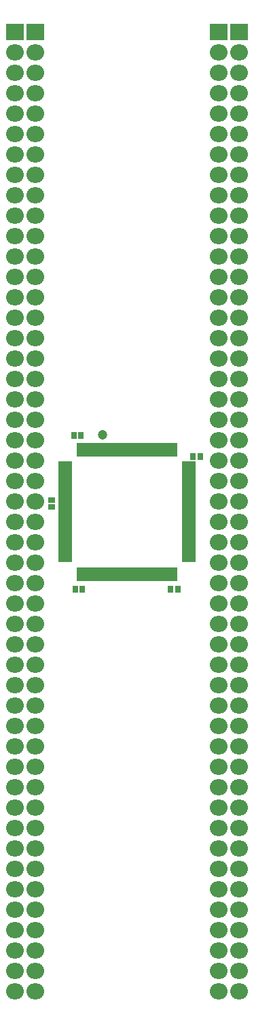
<source format=gts>
G04*
G04 #@! TF.GenerationSoftware,Altium Limited,Altium Designer,21.8.1 (53)*
G04*
G04 Layer_Color=8388736*
%FSLAX25Y25*%
%MOIN*%
G70*
G04*
G04 #@! TF.SameCoordinates,602FFC17-E96E-42ED-876F-BF2310913D4F*
G04*
G04*
G04 #@! TF.FilePolarity,Negative*
G04*
G01*
G75*
%ADD19R,0.03162X0.03320*%
%ADD20R,0.03320X0.03162*%
%ADD21R,0.01981X0.06607*%
%ADD22R,0.06607X0.01981*%
%ADD23O,0.08674X0.07887*%
%ADD24R,0.08674X0.07887*%
%ADD25C,0.04737*%
D19*
X419968Y372600D02*
D03*
X423432D02*
D03*
X365000Y383000D02*
D03*
X361535D02*
D03*
X409000Y307500D02*
D03*
X412465D02*
D03*
X362035D02*
D03*
X365500D02*
D03*
D20*
X350400Y351300D02*
D03*
Y347835D02*
D03*
D21*
X363878Y375965D02*
D03*
X365846D02*
D03*
X367815D02*
D03*
X369783D02*
D03*
X371752D02*
D03*
X373720D02*
D03*
X375689D02*
D03*
X377657D02*
D03*
X379626D02*
D03*
X381594D02*
D03*
X383563D02*
D03*
X385531D02*
D03*
X387500D02*
D03*
X389468D02*
D03*
X391437D02*
D03*
X393405D02*
D03*
X395374D02*
D03*
X397342D02*
D03*
X399311D02*
D03*
X401279D02*
D03*
X403248D02*
D03*
X405216D02*
D03*
X407185D02*
D03*
X409153D02*
D03*
X411122D02*
D03*
Y315035D02*
D03*
X409153D02*
D03*
X407185D02*
D03*
X405216D02*
D03*
X403248D02*
D03*
X401279D02*
D03*
X399311D02*
D03*
X397342D02*
D03*
X395374D02*
D03*
X393405D02*
D03*
X391437D02*
D03*
X389468D02*
D03*
X387500D02*
D03*
X385531D02*
D03*
X383563D02*
D03*
X381594D02*
D03*
X379626D02*
D03*
X377657D02*
D03*
X375689D02*
D03*
X373720D02*
D03*
X371752D02*
D03*
X369783D02*
D03*
X367815D02*
D03*
X365846D02*
D03*
X363878D02*
D03*
D22*
X417965Y369122D02*
D03*
Y367154D02*
D03*
Y365185D02*
D03*
Y363217D02*
D03*
Y361248D02*
D03*
Y359280D02*
D03*
Y357311D02*
D03*
Y355343D02*
D03*
Y353374D02*
D03*
Y351406D02*
D03*
Y349437D02*
D03*
Y347469D02*
D03*
Y345500D02*
D03*
Y343532D02*
D03*
Y341563D02*
D03*
Y339595D02*
D03*
Y337626D02*
D03*
Y335658D02*
D03*
Y333689D02*
D03*
Y331721D02*
D03*
Y329752D02*
D03*
Y327784D02*
D03*
Y325815D02*
D03*
Y323847D02*
D03*
Y321878D02*
D03*
X357035D02*
D03*
Y323847D02*
D03*
Y325815D02*
D03*
Y327784D02*
D03*
Y329752D02*
D03*
Y331721D02*
D03*
Y333689D02*
D03*
Y335658D02*
D03*
Y337626D02*
D03*
Y339595D02*
D03*
Y341563D02*
D03*
Y343532D02*
D03*
Y345500D02*
D03*
Y347469D02*
D03*
Y349437D02*
D03*
Y351406D02*
D03*
Y353374D02*
D03*
Y355343D02*
D03*
Y357311D02*
D03*
Y359280D02*
D03*
Y361248D02*
D03*
Y363217D02*
D03*
Y365185D02*
D03*
Y367154D02*
D03*
Y369122D02*
D03*
D23*
X442500Y110500D02*
D03*
Y120500D02*
D03*
Y130500D02*
D03*
Y140500D02*
D03*
Y150500D02*
D03*
Y160500D02*
D03*
Y180500D02*
D03*
Y170500D02*
D03*
Y200500D02*
D03*
Y190500D02*
D03*
Y220500D02*
D03*
Y210500D02*
D03*
Y240500D02*
D03*
Y230500D02*
D03*
Y260500D02*
D03*
Y250500D02*
D03*
Y280500D02*
D03*
Y270500D02*
D03*
Y300500D02*
D03*
Y290500D02*
D03*
Y320500D02*
D03*
Y310500D02*
D03*
Y340500D02*
D03*
Y330500D02*
D03*
Y360500D02*
D03*
Y350500D02*
D03*
Y380500D02*
D03*
Y370500D02*
D03*
Y400500D02*
D03*
Y390500D02*
D03*
Y420500D02*
D03*
Y410500D02*
D03*
Y440500D02*
D03*
Y430500D02*
D03*
Y460500D02*
D03*
Y450500D02*
D03*
Y480500D02*
D03*
Y470500D02*
D03*
Y500500D02*
D03*
Y490500D02*
D03*
Y520500D02*
D03*
Y510500D02*
D03*
Y540500D02*
D03*
Y530500D02*
D03*
Y560500D02*
D03*
Y550500D02*
D03*
Y570500D02*
D03*
X432500Y240500D02*
D03*
Y260500D02*
D03*
Y250500D02*
D03*
Y280500D02*
D03*
Y270500D02*
D03*
Y300500D02*
D03*
Y290500D02*
D03*
Y320500D02*
D03*
Y310500D02*
D03*
Y340500D02*
D03*
Y330500D02*
D03*
Y350500D02*
D03*
X332500Y570500D02*
D03*
Y550500D02*
D03*
Y560500D02*
D03*
Y530500D02*
D03*
Y540500D02*
D03*
Y510500D02*
D03*
Y520500D02*
D03*
Y490500D02*
D03*
Y500500D02*
D03*
Y470500D02*
D03*
Y480500D02*
D03*
Y450500D02*
D03*
Y460500D02*
D03*
Y430500D02*
D03*
Y440500D02*
D03*
Y410500D02*
D03*
Y420500D02*
D03*
Y390500D02*
D03*
Y400500D02*
D03*
Y370500D02*
D03*
Y380500D02*
D03*
Y350500D02*
D03*
Y360500D02*
D03*
Y330500D02*
D03*
Y340500D02*
D03*
Y310500D02*
D03*
Y320500D02*
D03*
Y290500D02*
D03*
Y300500D02*
D03*
Y270500D02*
D03*
Y280500D02*
D03*
Y250500D02*
D03*
Y260500D02*
D03*
Y230500D02*
D03*
Y240500D02*
D03*
Y210500D02*
D03*
Y220500D02*
D03*
Y190500D02*
D03*
Y200500D02*
D03*
Y170500D02*
D03*
Y180500D02*
D03*
Y160500D02*
D03*
Y150500D02*
D03*
Y140500D02*
D03*
Y130500D02*
D03*
Y120500D02*
D03*
Y110500D02*
D03*
X342500D02*
D03*
Y120500D02*
D03*
Y130500D02*
D03*
Y140500D02*
D03*
Y150500D02*
D03*
Y160500D02*
D03*
Y180500D02*
D03*
Y170500D02*
D03*
Y200500D02*
D03*
Y190500D02*
D03*
Y220500D02*
D03*
Y210500D02*
D03*
Y240500D02*
D03*
Y230500D02*
D03*
Y260500D02*
D03*
Y250500D02*
D03*
Y280500D02*
D03*
Y270500D02*
D03*
Y300500D02*
D03*
Y290500D02*
D03*
Y320500D02*
D03*
Y310500D02*
D03*
Y340500D02*
D03*
Y330500D02*
D03*
Y360500D02*
D03*
Y350500D02*
D03*
Y380500D02*
D03*
Y370500D02*
D03*
Y400500D02*
D03*
Y390500D02*
D03*
Y420500D02*
D03*
Y410500D02*
D03*
Y440500D02*
D03*
Y430500D02*
D03*
Y460500D02*
D03*
Y450500D02*
D03*
Y480500D02*
D03*
Y470500D02*
D03*
Y500500D02*
D03*
Y490500D02*
D03*
Y520500D02*
D03*
Y510500D02*
D03*
Y540500D02*
D03*
Y530500D02*
D03*
Y560500D02*
D03*
Y550500D02*
D03*
Y570500D02*
D03*
X432500Y110500D02*
D03*
Y120500D02*
D03*
Y130500D02*
D03*
Y140500D02*
D03*
Y150500D02*
D03*
Y160500D02*
D03*
Y180500D02*
D03*
Y170500D02*
D03*
Y200500D02*
D03*
Y190500D02*
D03*
Y220500D02*
D03*
Y210500D02*
D03*
Y230500D02*
D03*
Y360500D02*
D03*
Y380500D02*
D03*
Y370500D02*
D03*
Y400500D02*
D03*
Y390500D02*
D03*
Y420500D02*
D03*
Y410500D02*
D03*
Y440500D02*
D03*
Y430500D02*
D03*
Y460500D02*
D03*
Y450500D02*
D03*
Y480500D02*
D03*
Y470500D02*
D03*
Y500500D02*
D03*
Y490500D02*
D03*
Y520500D02*
D03*
Y510500D02*
D03*
Y540500D02*
D03*
Y530500D02*
D03*
Y560500D02*
D03*
Y550500D02*
D03*
Y570500D02*
D03*
D24*
X442500Y580500D02*
D03*
X332500D02*
D03*
X342500D02*
D03*
X432500D02*
D03*
D25*
X375595Y383406D02*
D03*
M02*

</source>
